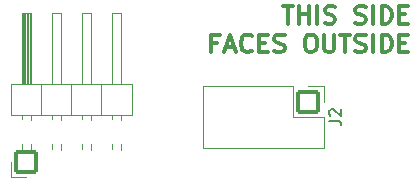
<source format=gto>
%TF.GenerationSoftware,KiCad,Pcbnew,(6.0.1)*%
%TF.CreationDate,2024-03-07T18:11:34-08:00*%
%TF.ProjectId,Gamecube_SD2SP2PRO,47616d65-6375-4626-955f-534432535032,rev?*%
%TF.SameCoordinates,Original*%
%TF.FileFunction,Legend,Top*%
%TF.FilePolarity,Positive*%
%FSLAX46Y46*%
G04 Gerber Fmt 4.6, Leading zero omitted, Abs format (unit mm)*
G04 Created by KiCad (PCBNEW (6.0.1)) date 2024-03-07 18:11:34*
%MOMM*%
%LPD*%
G01*
G04 APERTURE LIST*
G04 Aperture macros list*
%AMRoundRect*
0 Rectangle with rounded corners*
0 $1 Rounding radius*
0 $2 $3 $4 $5 $6 $7 $8 $9 X,Y pos of 4 corners*
0 Add a 4 corners polygon primitive as box body*
4,1,4,$2,$3,$4,$5,$6,$7,$8,$9,$2,$3,0*
0 Add four circle primitives for the rounded corners*
1,1,$1+$1,$2,$3*
1,1,$1+$1,$4,$5*
1,1,$1+$1,$6,$7*
1,1,$1+$1,$8,$9*
0 Add four rect primitives between the rounded corners*
20,1,$1+$1,$2,$3,$4,$5,0*
20,1,$1+$1,$4,$5,$6,$7,0*
20,1,$1+$1,$6,$7,$8,$9,0*
20,1,$1+$1,$8,$9,$2,$3,0*%
G04 Aperture macros list end*
%ADD10C,0.300000*%
%ADD11C,0.150000*%
%ADD12C,0.120000*%
%ADD13RoundRect,0.200000X0.850000X-0.850000X0.850000X0.850000X-0.850000X0.850000X-0.850000X-0.850000X0*%
%ADD14O,2.100000X2.100000*%
%ADD15RoundRect,0.200000X-0.850000X0.850000X-0.850000X-0.850000X0.850000X-0.850000X0.850000X0.850000X0*%
G04 APERTURE END LIST*
D10*
X98874143Y-103045071D02*
X99731286Y-103045071D01*
X99302714Y-104545071D02*
X99302714Y-103045071D01*
X100231286Y-104545071D02*
X100231286Y-103045071D01*
X100231286Y-103759357D02*
X101088428Y-103759357D01*
X101088428Y-104545071D02*
X101088428Y-103045071D01*
X101802714Y-104545071D02*
X101802714Y-103045071D01*
X102445571Y-104473642D02*
X102659857Y-104545071D01*
X103017000Y-104545071D01*
X103159857Y-104473642D01*
X103231286Y-104402214D01*
X103302714Y-104259357D01*
X103302714Y-104116500D01*
X103231286Y-103973642D01*
X103159857Y-103902214D01*
X103017000Y-103830785D01*
X102731286Y-103759357D01*
X102588428Y-103687928D01*
X102517000Y-103616500D01*
X102445571Y-103473642D01*
X102445571Y-103330785D01*
X102517000Y-103187928D01*
X102588428Y-103116500D01*
X102731286Y-103045071D01*
X103088428Y-103045071D01*
X103302714Y-103116500D01*
X105017000Y-104473642D02*
X105231286Y-104545071D01*
X105588428Y-104545071D01*
X105731286Y-104473642D01*
X105802714Y-104402214D01*
X105874143Y-104259357D01*
X105874143Y-104116500D01*
X105802714Y-103973642D01*
X105731286Y-103902214D01*
X105588428Y-103830785D01*
X105302714Y-103759357D01*
X105159857Y-103687928D01*
X105088428Y-103616500D01*
X105017000Y-103473642D01*
X105017000Y-103330785D01*
X105088428Y-103187928D01*
X105159857Y-103116500D01*
X105302714Y-103045071D01*
X105659857Y-103045071D01*
X105874143Y-103116500D01*
X106517000Y-104545071D02*
X106517000Y-103045071D01*
X107231286Y-104545071D02*
X107231286Y-103045071D01*
X107588428Y-103045071D01*
X107802714Y-103116500D01*
X107945571Y-103259357D01*
X108017000Y-103402214D01*
X108088428Y-103687928D01*
X108088428Y-103902214D01*
X108017000Y-104187928D01*
X107945571Y-104330785D01*
X107802714Y-104473642D01*
X107588428Y-104545071D01*
X107231286Y-104545071D01*
X108731286Y-103759357D02*
X109231286Y-103759357D01*
X109445571Y-104545071D02*
X108731286Y-104545071D01*
X108731286Y-103045071D01*
X109445571Y-103045071D01*
X93302714Y-106174357D02*
X92802714Y-106174357D01*
X92802714Y-106960071D02*
X92802714Y-105460071D01*
X93517000Y-105460071D01*
X94017000Y-106531500D02*
X94731286Y-106531500D01*
X93874143Y-106960071D02*
X94374143Y-105460071D01*
X94874143Y-106960071D01*
X96231286Y-106817214D02*
X96159857Y-106888642D01*
X95945571Y-106960071D01*
X95802714Y-106960071D01*
X95588428Y-106888642D01*
X95445571Y-106745785D01*
X95374143Y-106602928D01*
X95302714Y-106317214D01*
X95302714Y-106102928D01*
X95374143Y-105817214D01*
X95445571Y-105674357D01*
X95588428Y-105531500D01*
X95802714Y-105460071D01*
X95945571Y-105460071D01*
X96159857Y-105531500D01*
X96231286Y-105602928D01*
X96874143Y-106174357D02*
X97374143Y-106174357D01*
X97588428Y-106960071D02*
X96874143Y-106960071D01*
X96874143Y-105460071D01*
X97588428Y-105460071D01*
X98159857Y-106888642D02*
X98374143Y-106960071D01*
X98731286Y-106960071D01*
X98874143Y-106888642D01*
X98945571Y-106817214D01*
X99017000Y-106674357D01*
X99017000Y-106531500D01*
X98945571Y-106388642D01*
X98874143Y-106317214D01*
X98731286Y-106245785D01*
X98445571Y-106174357D01*
X98302714Y-106102928D01*
X98231286Y-106031500D01*
X98159857Y-105888642D01*
X98159857Y-105745785D01*
X98231286Y-105602928D01*
X98302714Y-105531500D01*
X98445571Y-105460071D01*
X98802714Y-105460071D01*
X99017000Y-105531500D01*
X101088428Y-105460071D02*
X101374143Y-105460071D01*
X101517000Y-105531500D01*
X101659857Y-105674357D01*
X101731286Y-105960071D01*
X101731286Y-106460071D01*
X101659857Y-106745785D01*
X101517000Y-106888642D01*
X101374143Y-106960071D01*
X101088428Y-106960071D01*
X100945571Y-106888642D01*
X100802714Y-106745785D01*
X100731286Y-106460071D01*
X100731286Y-105960071D01*
X100802714Y-105674357D01*
X100945571Y-105531500D01*
X101088428Y-105460071D01*
X102374143Y-105460071D02*
X102374143Y-106674357D01*
X102445571Y-106817214D01*
X102517000Y-106888642D01*
X102659857Y-106960071D01*
X102945571Y-106960071D01*
X103088428Y-106888642D01*
X103159857Y-106817214D01*
X103231286Y-106674357D01*
X103231286Y-105460071D01*
X103731286Y-105460071D02*
X104588428Y-105460071D01*
X104159857Y-106960071D02*
X104159857Y-105460071D01*
X105017000Y-106888642D02*
X105231286Y-106960071D01*
X105588428Y-106960071D01*
X105731286Y-106888642D01*
X105802714Y-106817214D01*
X105874143Y-106674357D01*
X105874143Y-106531500D01*
X105802714Y-106388642D01*
X105731286Y-106317214D01*
X105588428Y-106245785D01*
X105302714Y-106174357D01*
X105159857Y-106102928D01*
X105088428Y-106031500D01*
X105017000Y-105888642D01*
X105017000Y-105745785D01*
X105088428Y-105602928D01*
X105159857Y-105531500D01*
X105302714Y-105460071D01*
X105659857Y-105460071D01*
X105874143Y-105531500D01*
X106517000Y-106960071D02*
X106517000Y-105460071D01*
X107231286Y-106960071D02*
X107231286Y-105460071D01*
X107588428Y-105460071D01*
X107802714Y-105531500D01*
X107945571Y-105674357D01*
X108017000Y-105817214D01*
X108088428Y-106102928D01*
X108088428Y-106317214D01*
X108017000Y-106602928D01*
X107945571Y-106745785D01*
X107802714Y-106888642D01*
X107588428Y-106960071D01*
X107231286Y-106960071D01*
X108731286Y-106174357D02*
X109231286Y-106174357D01*
X109445571Y-106960071D02*
X108731286Y-106960071D01*
X108731286Y-105460071D01*
X109445571Y-105460071D01*
D11*
X102808666Y-112768333D02*
X103522952Y-112768333D01*
X103665809Y-112815952D01*
X103761047Y-112911190D01*
X103808666Y-113054047D01*
X103808666Y-113149285D01*
X102903905Y-112339761D02*
X102856286Y-112292142D01*
X102808666Y-112196904D01*
X102808666Y-111958809D01*
X102856286Y-111863571D01*
X102903905Y-111815952D01*
X102999143Y-111768333D01*
X103094381Y-111768333D01*
X103237238Y-111815952D01*
X103808666Y-112387380D01*
X103808666Y-111768333D01*
D12*
X75890286Y-117520000D02*
X75890286Y-116250000D01*
X76780286Y-103610000D02*
X77540286Y-103610000D01*
X80080286Y-103610000D02*
X80080286Y-109610000D01*
X84400286Y-115207071D02*
X84400286Y-114752929D01*
X83510286Y-112270000D02*
X83510286Y-109610000D01*
X79320286Y-103610000D02*
X80080286Y-103610000D01*
X77440286Y-109610000D02*
X77440286Y-103610000D01*
X77160286Y-117520000D02*
X75890286Y-117520000D01*
X81860286Y-103610000D02*
X82620286Y-103610000D01*
X79320286Y-112667071D02*
X79320286Y-112270000D01*
X80970286Y-112270000D02*
X80970286Y-109610000D01*
X77200286Y-109610000D02*
X77200286Y-103610000D01*
X76780286Y-109610000D02*
X76780286Y-103610000D01*
X80080286Y-115207071D02*
X80080286Y-114752929D01*
X85160286Y-103610000D02*
X85160286Y-109610000D01*
X81860286Y-112667071D02*
X81860286Y-112270000D01*
X76960286Y-109610000D02*
X76960286Y-103610000D01*
X84400286Y-112667071D02*
X84400286Y-112270000D01*
X86110286Y-112270000D02*
X86110286Y-109610000D01*
X81860286Y-109610000D02*
X81860286Y-103610000D01*
X76780286Y-112667071D02*
X76780286Y-112270000D01*
X86110286Y-109610000D02*
X75830286Y-109610000D01*
X84400286Y-109610000D02*
X84400286Y-103610000D01*
X77320286Y-109610000D02*
X77320286Y-103610000D01*
X85160286Y-115207071D02*
X85160286Y-114752929D01*
X77540286Y-112667071D02*
X77540286Y-112270000D01*
X75830286Y-112270000D02*
X86110286Y-112270000D01*
X77540286Y-115140000D02*
X77540286Y-114752929D01*
X77080286Y-109610000D02*
X77080286Y-103610000D01*
X82620286Y-103610000D02*
X82620286Y-109610000D01*
X76780286Y-115140000D02*
X76780286Y-114752929D01*
X82620286Y-112667071D02*
X82620286Y-112270000D01*
X75830286Y-109610000D02*
X75830286Y-112270000D01*
X79320286Y-115207071D02*
X79320286Y-114752929D01*
X82620286Y-115207071D02*
X82620286Y-114752929D01*
X84400286Y-103610000D02*
X85160286Y-103610000D01*
X80080286Y-112667071D02*
X80080286Y-112270000D01*
X76840286Y-109610000D02*
X76840286Y-103610000D01*
X78430286Y-112270000D02*
X78430286Y-109610000D01*
X85160286Y-112667071D02*
X85160286Y-112270000D01*
X77540286Y-103610000D02*
X77540286Y-109610000D01*
X81860286Y-115207071D02*
X81860286Y-114752929D01*
X79320286Y-109610000D02*
X79320286Y-103610000D01*
X92076286Y-109835000D02*
X92076286Y-115035000D01*
X102356286Y-112435000D02*
X102356286Y-115035000D01*
X99756286Y-112435000D02*
X102356286Y-112435000D01*
X102356286Y-109835000D02*
X102356286Y-111165000D01*
X101026286Y-109835000D02*
X102356286Y-109835000D01*
X99756286Y-109835000D02*
X92076286Y-109835000D01*
X102356286Y-115035000D02*
X92076286Y-115035000D01*
X99756286Y-109835000D02*
X99756286Y-112435000D01*
%LPC*%
D13*
X77160286Y-116250000D03*
D14*
X77160286Y-113710000D03*
X79700286Y-116250000D03*
X79700286Y-113710000D03*
X82240286Y-116250000D03*
X82240286Y-113710000D03*
X84780286Y-116250000D03*
X84780286Y-113710000D03*
D15*
X101026286Y-111165000D03*
D14*
X101026286Y-113705000D03*
X98486286Y-111165000D03*
X98486286Y-113705000D03*
X95946286Y-111165000D03*
X95946286Y-113705000D03*
X93406286Y-111165000D03*
X93406286Y-113705000D03*
M02*

</source>
